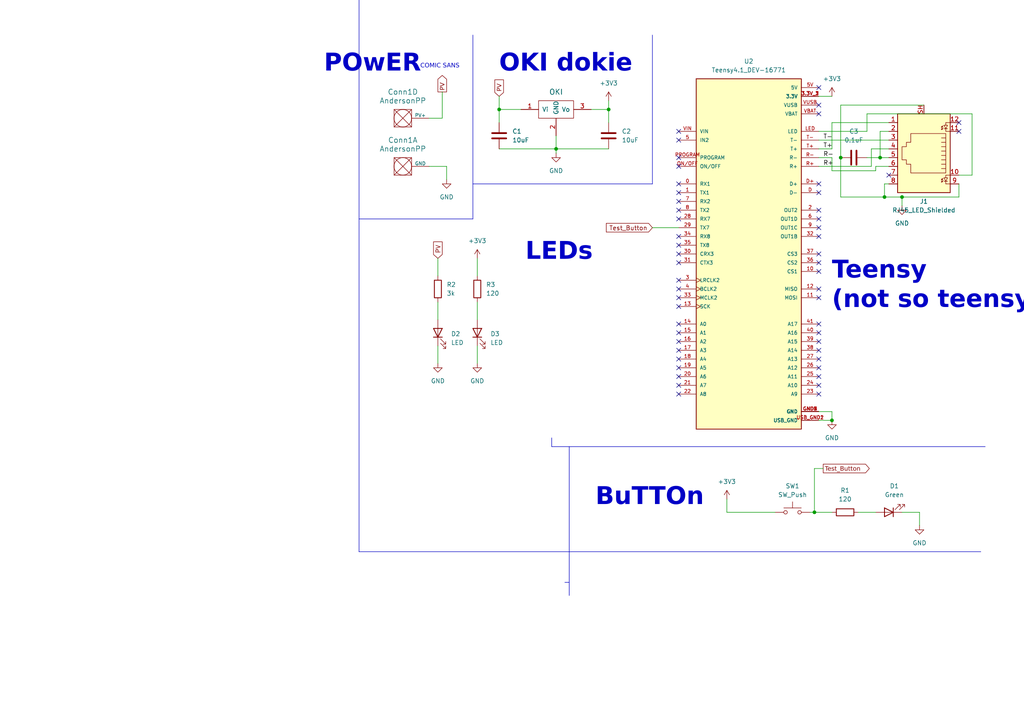
<source format=kicad_sch>
(kicad_sch (version 20230121) (generator eeschema)
  (paper "A4")
  (lib_symbols
    (symbol "Connector:RJ45_LED_Shielded" (pin_names (offset 1.016))
      (property "Reference" "J" (at -5.08 13.97 0))
      (property "Value" "RJ45_LED_Shielded" (at 1.27 13.97 0))
      (symbol "RJ45_LED_Shielded_0_1"
        (polyline (pts (xy -7.62 -7.62) (xy -6.35 -7.62)))
        (polyline (pts (xy -7.62 -5.08) (xy -6.35 -5.08)))
        (polyline (pts (xy -7.62 7.62) (xy -6.35 7.62)))
        (polyline (pts (xy -7.62 10.16) (xy -6.35 10.16)))
        (polyline (pts (xy -6.858 -5.842) (xy -5.842 -5.842)))
        (polyline (pts (xy -6.858 9.398) (xy -5.842 9.398)))
        (polyline (pts (xy -6.35 -7.62) (xy -6.35 -6.858)))
        (polyline (pts (xy -6.35 -5.08) (xy -6.35 -5.842)))
        (polyline (pts (xy -6.35 7.62) (xy -6.35 8.382)))
        (polyline (pts (xy -6.35 10.16) (xy -6.35 9.398)))
        (polyline (pts (xy -5.08 -6.223) (xy -5.207 -6.604)))
        (polyline (pts (xy -5.08 -5.588) (xy -5.207 -5.969)))
        (polyline (pts (xy -5.08 4.445) (xy -6.35 4.445)))
        (polyline (pts (xy -5.08 5.715) (xy -6.35 5.715)))
        (polyline (pts (xy -5.08 9.017) (xy -5.207 8.636)))
        (polyline (pts (xy -5.08 9.652) (xy -5.207 9.271)))
        (polyline (pts (xy -6.35 -3.175) (xy -5.08 -3.175) (xy -5.08 -3.175)))
        (polyline (pts (xy -6.35 -1.905) (xy -5.08 -1.905) (xy -5.08 -1.905)))
        (polyline (pts (xy -6.35 -0.635) (xy -5.08 -0.635) (xy -5.08 -0.635)))
        (polyline (pts (xy -6.35 0.635) (xy -5.08 0.635) (xy -5.08 0.635)))
        (polyline (pts (xy -6.35 1.905) (xy -5.08 1.905) (xy -5.08 1.905)))
        (polyline (pts (xy -5.588 -6.731) (xy -5.08 -6.223) (xy -5.461 -6.35)))
        (polyline (pts (xy -5.588 -6.096) (xy -5.08 -5.588) (xy -5.461 -5.715)))
        (polyline (pts (xy -5.588 8.509) (xy -5.08 9.017) (xy -5.461 8.89)))
        (polyline (pts (xy -5.588 9.144) (xy -5.08 9.652) (xy -5.461 9.525)))
        (polyline (pts (xy -5.08 3.175) (xy -6.35 3.175) (xy -6.35 3.175)))
        (polyline (pts (xy -6.35 -5.842) (xy -6.858 -6.858) (xy -5.842 -6.858) (xy -6.35 -5.842)))
        (polyline (pts (xy -6.35 9.398) (xy -6.858 8.382) (xy -5.842 8.382) (xy -6.35 9.398)))
        (polyline (pts (xy -6.35 -4.445) (xy -6.35 6.985) (xy 3.81 6.985) (xy 3.81 4.445) (xy 5.08 4.445) (xy 5.08 3.175) (xy 6.35 3.175) (xy 6.35 -0.635) (xy 5.08 -0.635) (xy 5.08 -1.905) (xy 3.81 -1.905) (xy 3.81 -4.445) (xy -6.35 -4.445) (xy -6.35 -4.445)))
        (rectangle (start 7.62 12.7) (end -7.62 -10.16) (stroke (width 0.254)) (fill (type background)))
      )
      (symbol "RJ45_LED_Shielded_1_1"
        (pin passive line (at 10.16 -7.62 180) (length 2.54) (name "~") (number "1"))
        (pin passive line (at -10.16 7.62 0) (length 2.54) (name "~") (number "10"))
        (pin passive line (at -10.16 -5.08 0) (length 2.54) (name "~") (number "11"))
        (pin passive line (at -10.16 -7.62 0) (length 2.54) (name "~") (number "12"))
        (pin passive line (at 10.16 -5.08 180) (length 2.54) (name "~") (number "2"))
        (pin passive line (at 10.16 -2.54 180) (length 2.54) (name "~") (number "3"))
        (pin passive line (at 10.16 0 180) (length 2.54) (name "~") (number "4"))
        (pin passive line (at 10.16 2.54 180) (length 2.54) (name "~") (number "5"))
        (pin passive line (at 10.16 5.08 180) (length 2.54) (name "~") (number "6"))
        (pin passive line (at 10.16 7.62 180) (length 2.54) (name "~") (number "7"))
        (pin passive line (at 10.16 10.16 180) (length 2.54) (name "~") (number "8"))
        (pin passive line (at -10.16 10.16 0) (length 2.54) (name "~") (number "9"))
        (pin passive line (at 0 -12.7 90) (length 2.54) (name "~") (number "SH"))
      )
    )
    (symbol "Device:C" (pin_numbers hide) (pin_names (offset 0.254))
      (property "Reference" "C" (at 0.635 2.54 0))
      (property "Value" "C" (at 0.635 -2.54 0))
      (symbol "C_0_1"
        (polyline (pts (xy -2.032 -0.762) (xy 2.032 -0.762)) (stroke (width 0.508)))
        (polyline (pts (xy -2.032 0.762) (xy 2.032 0.762)) (stroke (width 0.508)))
      )
      (symbol "C_1_1"
        (pin passive line (at 0 3.81 270) (length 2.794) (name "~") (number "1"))
        (pin passive line (at 0 -3.81 90) (length 2.794) (name "~") (number "2"))
      )
    )
    (symbol "Device:LED" (pin_numbers hide) (pin_names (offset 1.016) hide)
      (property "Reference" "D" (at 0 2.54 0))
      (property "Value" "LED" (at 0 -2.54 0))
      (symbol "LED_0_1"
        (polyline (pts (xy -1.27 -1.27) (xy -1.27 1.27)) (stroke (width 0.254)))
        (polyline (pts (xy -1.27 0) (xy 1.27 0)))
        (polyline (pts (xy 1.27 -1.27) (xy 1.27 1.27) (xy -1.27 0) (xy 1.27 -1.27)) (stroke (width 0.254)))
        (polyline (pts (xy -3.048 -0.762) (xy -4.572 -2.286) (xy -3.81 -2.286) (xy -4.572 -2.286) (xy -4.572 -1.524)))
        (polyline (pts (xy -1.778 -0.762) (xy -3.302 -2.286) (xy -2.54 -2.286) (xy -3.302 -2.286) (xy -3.302 -1.524)))
      )
      (symbol "LED_1_1"
        (pin passive line (at -3.81 0 0) (length 2.54) (name "K") (number "1"))
        (pin passive line (at 3.81 0 180) (length 2.54) (name "A") (number "2"))
      )
    )
    (symbol "Device:R" (pin_numbers hide) (pin_names (offset 0))
      (property "Reference" "R" (at 2.032 0 90))
      (property "Value" "R" (at 0 0 90))
      (symbol "R_0_1"
        (rectangle (start -1.016 -2.54) (end 1.016 2.54) (stroke (width 0.254)))
      )
      (symbol "R_1_1"
        (pin passive line (at 0 3.81 270) (length 1.27) (name "~") (number "1"))
        (pin passive line (at 0 -3.81 90) (length 1.27) (name "~") (number "2"))
      )
    )
    (symbol "MRDT_Connectors:AndersonPP" (pin_numbers hide) (pin_names (offset 0))
      (property "Reference" "Conn" (at 3.81 -1.27 0))
      (property "Value" "AndersonPP" (at 2.54 6.35 0))
      (symbol "AndersonPP_0_1"
        (polyline (pts (xy 0 5.08) (xy 5.08 0)))
        (polyline (pts (xy 5.08 5.08) (xy 0 0)))
        (rectangle (start 0 0) (end 5.08 5.08))
        (circle (center 2.54 2.54) (radius 2.54))
      )
      (symbol "AndersonPP_1_1"
        (pin input line (at 10.16 2.54 180) (length 5.08) (name "GND") (number "1"))
      )
      (symbol "AndersonPP_2_1"
        (pin input line (at 10.16 2.54 180) (length 5.08) (name "V+Log") (number "2"))
      )
      (symbol "AndersonPP_3_1"
        (pin input line (at 10.16 2.54 180) (length 5.08) (name "V+Act") (number "3"))
      )
      (symbol "AndersonPP_4_1"
        (pin input line (at 10.16 2.54 180) (length 5.08) (name "PV+") (number "4"))
      )
      (symbol "AndersonPP_5_1"
        (pin input line (at 10.16 2.54 180) (length 5.08) (name "~") (number "1"))
      )
    )
    (symbol "MRDT_Devices:OKI" (pin_names (offset 1.016))
      (property "Value" "OKI" (at 5.08 6.35 0))
      (symbol "OKI_0_1"
        (rectangle (start 0 0) (end 10.16 5.08))
      )
      (symbol "OKI_1_1"
        (pin input line (at -5.08 2.54 0) (length 5.08) (name "Vi") (number "1"))
        (pin output line (at 5.08 -5.08 90) (length 5.08) (name "GND") (number "2"))
        (pin output line (at 15.24 2.54 180) (length 5.08) (name "Vo") (number "3"))
      )
    )
    (symbol "MRDT_Shields:Teensy4.1_DEV-16771" (pin_names (offset 1.016))
      (property "Reference" "U" (at -15.24 52.07 0))
      (property "Value" "Teensy4.1_DEV-16771" (at -15.24 -53.34 0))
      (symbol "Teensy4.1_DEV-16771_0_0"
        (rectangle (start -15.24 -50.8) (end 15.24 50.8) (stroke (width 0.254)) (fill (type background)))
        (pin bidirectional line (at -20.32 20.32 0) (length 5.08) (name "RX1") (number "0"))
        (pin bidirectional line (at -20.32 17.78 0) (length 5.08) (name "TX1") (number "1"))
        (pin bidirectional line (at 20.32 -5.08 180) (length 5.08) (name "CS1") (number "10"))
        (pin bidirectional line (at 20.32 -12.7 180) (length 5.08) (name "MOSI") (number "11"))
        (pin bidirectional line (at 20.32 -10.16 180) (length 5.08) (name "MISO") (number "12"))
        (pin bidirectional clock (at -20.32 -15.24 0) (length 5.08) (name "SCK") (number "13"))
        (pin bidirectional line (at -20.32 -20.32 0) (length 5.08) (name "A0") (number "14"))
        (pin bidirectional line (at -20.32 -22.86 0) (length 5.08) (name "A1") (number "15"))
        (pin bidirectional line (at -20.32 -25.4 0) (length 5.08) (name "A2") (number "16"))
        (pin bidirectional line (at -20.32 -27.94 0) (length 5.08) (name "A3") (number "17"))
        (pin bidirectional line (at -20.32 -30.48 0) (length 5.08) (name "A4") (number "18"))
        (pin bidirectional line (at -20.32 -33.02 0) (length 5.08) (name "A5") (number "19"))
        (pin output line (at 20.32 12.7 180) (length 5.08) (name "OUT2") (number "2"))
        (pin bidirectional line (at -20.32 -35.56 0) (length 5.08) (name "A6") (number "20"))
        (pin bidirectional line (at -20.32 -38.1 0) (length 5.08) (name "A7") (number "21"))
        (pin bidirectional line (at -20.32 -40.64 0) (length 5.08) (name "A8") (number "22"))
        (pin bidirectional line (at 20.32 -40.64 180) (length 5.08) (name "A9") (number "23"))
        (pin bidirectional line (at 20.32 -38.1 180) (length 5.08) (name "A10") (number "24"))
        (pin bidirectional line (at 20.32 -35.56 180) (length 5.08) (name "A11") (number "25"))
        (pin bidirectional line (at 20.32 -33.02 180) (length 5.08) (name "A12") (number "26"))
        (pin bidirectional line (at 20.32 -30.48 180) (length 5.08) (name "A13") (number "27"))
        (pin bidirectional line (at -20.32 10.16 0) (length 5.08) (name "RX7") (number "28"))
        (pin bidirectional line (at -20.32 7.62 0) (length 5.08) (name "TX7") (number "29"))
        (pin bidirectional clock (at -20.32 -7.62 0) (length 5.08) (name "LRCLK2") (number "3"))
        (pin power_in line (at 20.32 45.72 180) (length 5.08) (name "3.3V") (number "3.3V_1"))
        (pin power_in line (at 20.32 45.72 180) (length 5.08) (name "3.3V") (number "3.3V_2"))
        (pin power_in line (at 20.32 45.72 180) (length 5.08) (name "3.3V") (number "3.3V_3"))
        (pin bidirectional line (at -20.32 0 0) (length 5.08) (name "CRX3") (number "30"))
        (pin bidirectional line (at -20.32 -2.54 0) (length 5.08) (name "CTX3") (number "31"))
        (pin output line (at 20.32 5.08 180) (length 5.08) (name "OUT1B") (number "32"))
        (pin bidirectional clock (at -20.32 -12.7 0) (length 5.08) (name "MCLK2") (number "33"))
        (pin bidirectional line (at -20.32 5.08 0) (length 5.08) (name "RX8") (number "34"))
        (pin bidirectional line (at -20.32 2.54 0) (length 5.08) (name "TX8") (number "35"))
        (pin bidirectional line (at 20.32 -2.54 180) (length 5.08) (name "CS2") (number "36"))
        (pin bidirectional line (at 20.32 0 180) (length 5.08) (name "CS3") (number "37"))
        (pin bidirectional line (at 20.32 -27.94 180) (length 5.08) (name "A14") (number "38"))
        (pin bidirectional line (at 20.32 -25.4 180) (length 5.08) (name "A15") (number "39"))
        (pin bidirectional clock (at -20.32 -10.16 0) (length 5.08) (name "BCLK2") (number "4"))
        (pin bidirectional line (at 20.32 -22.86 180) (length 5.08) (name "A16") (number "40"))
        (pin bidirectional line (at 20.32 -20.32 180) (length 5.08) (name "A17") (number "41"))
        (pin bidirectional line (at -20.32 33.02 0) (length 5.08) (name "IN2") (number "5"))
        (pin power_in line (at 20.32 48.26 180) (length 5.08) (name "5V") (number "5V"))
        (pin output line (at 20.32 10.16 180) (length 5.08) (name "OUT1D") (number "6"))
        (pin bidirectional line (at -20.32 15.24 0) (length 5.08) (name "RX2") (number "7"))
        (pin bidirectional line (at -20.32 12.7 0) (length 5.08) (name "TX2") (number "8"))
        (pin output line (at 20.32 7.62 180) (length 5.08) (name "OUT1C") (number "9"))
        (pin bidirectional line (at 20.32 17.78 180) (length 5.08) (name "D-") (number "D"))
        (pin bidirectional line (at 20.32 20.32 180) (length 5.08) (name "D+") (number "D+"))
        (pin power_in line (at 20.32 -45.72 180) (length 5.08) (name "GND") (number "GND1"))
        (pin power_in line (at 20.32 -45.72 180) (length 5.08) (name "GND") (number "GND2"))
        (pin power_in line (at 20.32 -45.72 180) (length 5.08) (name "GND") (number "GND3"))
        (pin power_in line (at 20.32 -45.72 180) (length 5.08) (name "GND") (number "GND4"))
        (pin power_in line (at 20.32 -45.72 180) (length 5.08) (name "GND") (number "GND5"))
        (pin bidirectional line (at 20.32 35.56 180) (length 5.08) (name "LED") (number "LED"))
        (pin bidirectional line (at -20.32 25.4 0) (length 5.08) (name "ON/OFF") (number "ON/OFF"))
        (pin bidirectional line (at -20.32 27.94 0) (length 5.08) (name "PROGRAM") (number "PROGRAM"))
        (pin bidirectional line (at 20.32 25.4 180) (length 5.08) (name "R+") (number "R+"))
        (pin bidirectional line (at 20.32 27.94 180) (length 5.08) (name "R-") (number "R-"))
        (pin bidirectional line (at 20.32 30.48 180) (length 5.08) (name "T+") (number "T+"))
        (pin bidirectional line (at 20.32 33.02 180) (length 5.08) (name "T-") (number "T-"))
        (pin power_in line (at 20.32 -48.26 180) (length 5.08) (name "USB_GND") (number "USB_GND1"))
        (pin power_in line (at 20.32 -48.26 180) (length 5.08) (name "USB_GND") (number "USB_GND2"))
        (pin passive line (at 20.32 40.64 180) (length 5.08) (name "VBAT") (number "VBAT"))
        (pin input line (at -20.32 35.56 0) (length 5.08) (name "VIN") (number "VIN"))
        (pin passive line (at 20.32 43.18 180) (length 5.08) (name "VUSB") (number "VUSB"))
      )
    )
    (symbol "Switch:SW_Push" (pin_numbers hide) (pin_names (offset 1.016) hide)
      (property "Reference" "SW" (at 1.27 2.54 0))
      (property "Value" "SW_Push" (at 0 -1.524 0))
      (symbol "SW_Push_0_1"
        (circle (center -2.032 0) (radius 0.508))
        (polyline (pts (xy 0 1.27) (xy 0 3.048)))
        (polyline (pts (xy 2.54 1.27) (xy -2.54 1.27)))
        (circle (center 2.032 0) (radius 0.508))
        (pin passive line (at -5.08 0 0) (length 2.54) (name "1") (number "1"))
        (pin passive line (at 5.08 0 180) (length 2.54) (name "2") (number "2"))
      )
    )
    (symbol "power:+3V3" (power) (pin_names (offset 0))
      (property "Value" "+3V3" (at 0 3.556 0))
      (symbol "+3V3_0_1"
        (polyline (pts (xy -0.762 1.27) (xy 0 2.54)))
        (polyline (pts (xy 0 0) (xy 0 2.54)))
        (polyline (pts (xy 0 2.54) (xy 0.762 1.27)))
      )
      (symbol "+3V3_1_1"
        (pin power_in line (at 0 0 90) (length 0) hide (name "+3V3") (number "1"))
      )
    )
    (symbol "power:GND" (power) (pin_names (offset 0))
      (property "Value" "GND" (at 0 -3.81 0))
      (symbol "GND_0_1"
        (polyline (pts (xy 0 0) (xy 0 -1.27) (xy 1.27 -1.27) (xy 0 -2.54) (xy -1.27 -1.27) (xy 0 -1.27)))
      )
      (symbol "GND_1_1"
        (pin power_in line (at 0 0 270) (length 0) hide (name "GND") (number "1"))
      )
    )
  )
  (junction (at 255.27 45.72))
  (junction (at 236.22 148.59))
  (junction (at 261.62 57.15))
  (junction (at 241.3 121.92))
  (junction (at 176.53 31.75))
  (junction (at 243.84 45.72))
  (junction (at 144.78 31.75))
  (junction (at 161.29 43.18))
  (junction (at 256.54 57.15))
  (no_connect (at 196.85 86.36))
  (no_connect (at 196.85 55.88))
  (no_connect (at 196.85 45.72))
  (no_connect (at 196.85 40.64))
  (no_connect (at 237.49 106.68))
  (no_connect (at 278.13 35.56))
  (no_connect (at 196.85 63.5))
  (no_connect (at 237.49 101.6))
  (no_connect (at 196.85 104.14))
  (no_connect (at 196.85 60.96))
  (no_connect (at 237.49 60.96))
  (no_connect (at 237.49 68.58))
  (no_connect (at 237.49 66.04))
  (no_connect (at 196.85 53.34))
  (no_connect (at 237.49 78.74))
  (no_connect (at 196.85 106.68))
  (no_connect (at 237.49 104.14))
  (no_connect (at 196.85 96.52))
  (no_connect (at 196.85 101.6))
  (no_connect (at 196.85 76.2))
  (no_connect (at 237.49 96.52))
  (no_connect (at 237.49 53.34))
  (no_connect (at 237.49 93.98))
  (no_connect (at 196.85 71.12))
  (no_connect (at 196.85 38.1))
  (no_connect (at 237.49 55.88))
  (no_connect (at 196.85 93.98))
  (no_connect (at 237.49 99.06))
  (no_connect (at 237.49 76.2))
  (no_connect (at 237.49 33.02))
  (no_connect (at 196.85 114.3))
  (no_connect (at 237.49 111.76))
  (no_connect (at 237.49 83.82))
  (no_connect (at 196.85 58.42))
  (no_connect (at 196.85 81.28))
  (no_connect (at 196.85 109.22))
  (no_connect (at 237.49 73.66))
  (no_connect (at 237.49 25.4))
  (no_connect (at 237.49 63.5))
  (no_connect (at 196.85 68.58))
  (no_connect (at 196.85 83.82))
  (no_connect (at 237.49 114.3))
  (no_connect (at 257.81 50.8))
  (no_connect (at 237.49 109.22))
  (no_connect (at 196.85 88.9))
  (no_connect (at 196.85 111.76))
  (no_connect (at 196.85 73.66))
  (no_connect (at 237.49 30.48))
  (no_connect (at 237.49 86.36))
  (no_connect (at 196.85 48.26))
  (no_connect (at 278.13 38.1))
  (no_connect (at 196.85 99.06))
  (wire (pts (xy 144.78 31.75) (xy 151.13 31.75)))
  (polyline (pts (xy 284.48 160.02) (xy 104.14 160.02)))
  (wire (pts (xy 189.23 66.04) (xy 196.85 66.04)))
  (wire (pts (xy 257.81 38.1) (xy 255.27 38.1)))
  (wire (pts (xy 138.43 87.63) (xy 138.43 92.71)))
  (wire (pts (xy 241.3 119.38) (xy 241.3 121.92)))
  (polyline (pts (xy 285.75 129.54) (xy 160.02 129.54)))
  (wire (pts (xy 257.81 35.56) (xy 241.3 35.56)))
  (wire (pts (xy 138.43 100.33) (xy 138.43 105.41)))
  (wire (pts (xy 238.76 135.89) (xy 236.22 135.89)))
  (wire (pts (xy 243.84 57.15) (xy 243.84 45.72)))
  (wire (pts (xy 236.22 148.59) (xy 241.3 148.59)))
  (polyline (pts (xy 165.1 168.91) (xy 163.83 168.91)))
  (polyline (pts (xy 189.23 10.16) (xy 189.23 53.34)))
  (wire (pts (xy 256.54 57.15) (xy 243.84 57.15)))
  (polyline (pts (xy 137.16 10.16) (xy 137.16 63.5)))
  (wire (pts (xy 144.78 43.18) (xy 161.29 43.18)))
  (wire (pts (xy 251.46 38.1) (xy 237.49 38.1)))
  (wire (pts (xy 252.73 48.26) (xy 237.49 48.26)))
  (wire (pts (xy 176.53 31.75) (xy 176.53 29.21)))
  (wire (pts (xy 161.29 39.37) (xy 161.29 43.18)))
  (wire (pts (xy 257.81 48.26) (xy 254 48.26)))
  (wire (pts (xy 127 100.33) (xy 127 105.41)))
  (wire (pts (xy 128.27 34.29) (xy 124.46 34.29)))
  (wire (pts (xy 266.7 148.59) (xy 266.7 152.4)))
  (wire (pts (xy 255.27 45.72) (xy 257.81 45.72)))
  (wire (pts (xy 257.81 43.18) (xy 252.73 43.18)))
  (wire (pts (xy 267.97 30.48) (xy 243.84 30.48)))
  (wire (pts (xy 251.46 45.72) (xy 255.27 45.72)))
  (polyline (pts (xy 104.14 63.5) (xy 137.16 63.5)))
  (wire (pts (xy 256.54 53.34) (xy 257.81 53.34)))
  (wire (pts (xy 128.27 26.67) (xy 128.27 34.29)))
  (wire (pts (xy 237.49 119.38) (xy 241.3 119.38)))
  (wire (pts (xy 256.54 53.34) (xy 256.54 57.15)))
  (wire (pts (xy 241.3 35.56) (xy 241.3 43.18)))
  (wire (pts (xy 210.82 144.78) (xy 210.82 148.59)))
  (wire (pts (xy 210.82 148.59) (xy 224.79 148.59)))
  (wire (pts (xy 237.49 40.64) (xy 257.81 40.64)))
  (wire (pts (xy 278.13 57.15) (xy 261.62 57.15)))
  (wire (pts (xy 254 48.26) (xy 254 49.53)))
  (wire (pts (xy 281.94 50.8) (xy 281.94 33.02)))
  (wire (pts (xy 278.13 50.8) (xy 281.94 50.8)))
  (wire (pts (xy 127 74.93) (xy 127 80.01)))
  (wire (pts (xy 254 49.53) (xy 241.3 49.53)))
  (wire (pts (xy 237.49 121.92) (xy 241.3 121.92)))
  (wire (pts (xy 261.62 148.59) (xy 266.7 148.59)))
  (polyline (pts (xy 160.02 129.54) (xy 160.02 127)))
  (wire (pts (xy 176.53 31.75) (xy 176.53 35.56)))
  (polyline (pts (xy 104.14 160.02) (xy 104.14 0)))
  (wire (pts (xy 261.62 57.15) (xy 261.62 59.69)))
  (polyline (pts (xy 137.16 53.34) (xy 189.23 53.34)))
  (wire (pts (xy 138.43 74.93) (xy 138.43 80.01)))
  (wire (pts (xy 278.13 53.34) (xy 278.13 57.15)))
  (wire (pts (xy 241.3 49.53) (xy 241.3 45.72)))
  (wire (pts (xy 236.22 135.89) (xy 236.22 148.59)))
  (wire (pts (xy 234.95 148.59) (xy 236.22 148.59)))
  (wire (pts (xy 144.78 31.75) (xy 144.78 35.56)))
  (wire (pts (xy 251.46 33.02) (xy 251.46 38.1)))
  (wire (pts (xy 237.49 27.94) (xy 241.3 27.94)))
  (wire (pts (xy 243.84 30.48) (xy 243.84 45.72)))
  (wire (pts (xy 171.45 31.75) (xy 176.53 31.75)))
  (wire (pts (xy 127 87.63) (xy 127 92.71)))
  (wire (pts (xy 252.73 43.18) (xy 252.73 48.26)))
  (wire (pts (xy 281.94 33.02) (xy 251.46 33.02)))
  (wire (pts (xy 124.46 48.26) (xy 129.54 48.26)))
  (wire (pts (xy 161.29 43.18) (xy 176.53 43.18)))
  (wire (pts (xy 261.62 57.15) (xy 256.54 57.15)))
  (polyline (pts (xy 165.1 129.54) (xy 165.1 172.72)))
  (wire (pts (xy 144.78 27.94) (xy 144.78 31.75)))
  (wire (pts (xy 129.54 48.26) (xy 129.54 52.07)))
  (wire (pts (xy 241.3 43.18) (xy 237.49 43.18)))
  (wire (pts (xy 255.27 38.1) (xy 255.27 45.72)))
  (wire (pts (xy 161.29 43.18) (xy 161.29 44.45)))
  (wire (pts (xy 248.92 148.59) (xy 254 148.59)))
  (wire (pts (xy 241.3 45.72) (xy 237.49 45.72)))
  (text "Teensy\n(not so teensy)\n" (at 241.3 91.44 0) (effects (font (size 5.08 5.08) bold) (justify left bottom)))
  (text "LEDs" (at 152.4 77.47 0) (effects (font (size 5.08 5.08) bold) (justify left bottom)))
  (text "OKI dokie" (at 144.78 22.86 0) (effects (font (size 5.08 5.08) bold) (justify left bottom)))
  (text "POwER" (at 93.98 22.86 0) (effects (font (size 5.08 5.08) (thickness 0.254) bold) (justify left bottom)))
  (text "BuTTOn" (at 172.72 148.59 0) (effects (font (size 5.08 5.08) bold) (justify left bottom)))
  (text "COMIC SANS" (at 121.92 20.32 0) (effects (font (size 1.27 1.27)) (justify left bottom)))
  (label "R+" (at 238.76 48.26 0))
  (label "T+" (at 238.76 43.18 0))
  (label "R-" (at 238.76 45.72 0))
  (label "T-" (at 238.76 40.64 0))
  (global_label "Test_Button" (shape input) (at 189.23 66.04 180) (property "Intersheetrefs" "${INTERSHEET_REFS}" (effects hide)))
  (global_label "PV" (shape input) (at 127 74.93 90) (property "Intersheetrefs" "${INTERSHEET_REFS}" (effects hide)))
  (global_label "PV" (shape output) (at 128.27 26.67 90) (property "Intersheetrefs" "${INTERSHEET_REFS}" (effects hide)))
  (global_label "Test_Button" (shape output) (at 238.76 135.89 0) (property "Intersheetrefs" "${INTERSHEET_REFS}" (effects hide)))
  (global_label "PV" (shape input) (at 144.78 27.94 90) (property "Intersheetrefs" "${INTERSHEET_REFS}" (effects hide)))
  (symbol (lib_id "Device:R") (at 138.43 83.82 0) (unit 1)
    (property "Reference" "R3" (at 140.97 82.55 0) (effects (justify left)))
    (property "Value" "120" (at 140.97 85.09 0) (effects (justify left)))
    (property "Footprint" "Resistor_SMD:R_0603_1608Metric_Pad0.98x0.95mm_HandSolder" (effects hide))
  )
  (symbol (lib_id "power:GND") (at 127 105.41 0) (unit 1)
    (property "Reference" "#PWR09" (effects hide))
    (property "Value" "GND" (at 127 110.49 0))
  )
  (symbol (lib_id "power:+3V3") (at 138.43 74.93 0) (unit 1)
    (property "Reference" "#PWR011" (effects hide))
    (property "Value" "+3V3" (at 138.43 69.85 0))
  )
  (symbol (lib_id "Device:LED") (at 138.43 96.52 90) (unit 1)
    (property "Reference" "D3" (at 142.24 96.8375 90) (effects (justify right)))
    (property "Value" "LED" (at 142.24 99.3775 90) (effects (justify right)))
    (property "Footprint" "LED_SMD:LED_0603_1608Metric_Pad1.05x0.95mm_HandSolder" (effects hide))
  )
  (symbol (lib_id "Switch:SW_Push") (at 229.87 148.59 0) (unit 1)
    (property "Reference" "SW1" (at 229.87 140.97 0))
    (property "Value" "SW_Push" (at 229.87 143.51 0))
    (property "Footprint" "Button_Switch_SMD:SW_SPST_TL3305A" (effects hide))
  )
  (symbol (lib_id "Device:R") (at 127 83.82 0) (unit 1)
    (property "Reference" "R2" (at 129.54 82.55 0) (effects (justify left)))
    (property "Value" "3k" (at 129.54 85.09 0) (effects (justify left)))
    (property "Footprint" "Resistor_SMD:R_0603_1608Metric_Pad0.98x0.95mm_HandSolder" (effects hide))
  )
  (symbol (lib_id "power:GND") (at 138.43 105.41 0) (unit 1)
    (property "Reference" "#PWR010" (effects hide))
    (property "Value" "GND" (at 138.43 110.49 0))
  )
  (symbol (lib_id "power:+3V3") (at 210.82 144.78 0) (unit 1)
    (property "Reference" "#PWR07" (effects hide))
    (property "Value" "+3V3" (at 210.82 139.7 0))
  )
  (symbol (lib_id "power:GND") (at 129.54 52.07 0) (unit 1)
    (property "Reference" "#PWR01" (effects hide))
    (property "Value" "GND" (at 129.54 57.15 0))
  )
  (symbol (lib_id "MRDT_Shields:Teensy4.1_DEV-16771") (at 217.17 73.66 0) (unit 1)
    (property "Reference" "U2" (at 217.17 17.78 0))
    (property "Value" "Teensy4.1_DEV-16771" (at 217.17 20.32 0))
    (property "Footprint" "MRDT_Shields:Teensy_4_1_Ethernet" (effects hide))
    (property "STANDARD" "Manufacturer recommendations" (effects hide))
    (property "MAXIMUM_PACKAGE_HEIGHT" "4.07mm" (effects hide))
    (property "MANUFACTURER" "SparkFun Electronics" (effects hide))
    (property "PARTREV" "4.1" (effects hide))
  )
  (symbol (lib_id "power:+3V3") (at 176.53 29.21 0) (unit 1)
    (property "Reference" "#PWR02" (effects hide))
    (property "Value" "+3V3" (at 176.53 24.13 0))
  )
  (symbol (lib_id "Device:R") (at 245.11 148.59 90) (unit 1)
    (property "Reference" "R1" (at 245.11 142.24 90))
    (property "Value" "120" (at 245.11 144.78 90))
    (property "Footprint" "Resistor_SMD:R_0603_1608Metric_Pad0.98x0.95mm_HandSolder" (effects hide))
  )
  (symbol (lib_id "Device:C") (at 144.78 39.37 0) (unit 1)
    (property "Reference" "C1" (at 148.59 38.1 0) (effects (justify left)))
    (property "Value" "10uF" (at 148.59 40.64 0) (effects (justify left)))
    (property "Footprint" "Capacitor_SMD:C_0603_1608Metric_Pad1.08x0.95mm_HandSolder" (effects hide))
  )
  (symbol (lib_id "power:GND") (at 266.7 152.4 0) (unit 1)
    (property "Reference" "#PWR08" (effects hide))
    (property "Value" "GND" (at 266.7 157.48 0))
  )
  (symbol (lib_id "MRDT_Devices:OKI") (at 156.21 34.29 0) (unit 1)
    (property "Reference" "U1" (effects hide))
    (property "Value" "OKI" (at 161.29 26.67 0) (effects (font (size 1.524 1.524))))
    (property "Footprint" "MRDT_Devices:OKI_Horizontal" (effects hide))
  )
  (symbol (lib_id "power:+3V3") (at 241.3 27.94 0) (unit 1)
    (property "Reference" "#PWR05" (effects hide))
    (property "Value" "+3V3" (at 241.3 22.86 0))
  )
  (symbol (lib_id "Connector:RJ45_LED_Shielded") (at 267.97 43.18 180) (unit 1)
    (property "Reference" "J1" (at 267.97 58.42 0))
    (property "Value" "RJ45_LED_Shielded" (at 267.97 60.96 0))
    (property "Footprint" "MRDT_Connectors:RJ45_Teensy" (effects hide))
  )
  (symbol (lib_id "Device:C") (at 176.53 39.37 0) (unit 1)
    (property "Reference" "C2" (at 180.34 38.1 0) (effects (justify left)))
    (property "Value" "10uF" (at 180.34 40.64 0) (effects (justify left)))
    (property "Footprint" "Capacitor_SMD:C_0603_1608Metric_Pad1.08x0.95mm_HandSolder" (effects hide))
  )
  (symbol (lib_id "Device:LED") (at 257.81 148.59 180) (unit 1)
    (property "Reference" "D1" (at 259.3975 140.97 0))
    (property "Value" "Green" (at 259.3975 143.51 0))
    (property "Footprint" "LED_SMD:LED_0603_1608Metric_Pad1.05x0.95mm_HandSolder" (effects hide))
  )
  (symbol (lib_id "power:GND") (at 241.3 121.92 0) (unit 1)
    (property "Reference" "#PWR04" (effects hide))
    (property "Value" "GND" (at 241.3 127 0))
  )
  (symbol (lib_id "power:GND") (at 161.29 44.45 0) (unit 1)
    (property "Reference" "#PWR03" (effects hide))
    (property "Value" "GND" (at 161.29 49.53 0))
  )
  (symbol (lib_id "Device:C") (at 247.65 45.72 90) (unit 1)
    (property "Reference" "C3" (at 247.65 38.1 90))
    (property "Value" "0.1uF" (at 247.65 40.64 90))
    (property "Footprint" "Capacitor_SMD:C_0603_1608Metric_Pad1.08x0.95mm_HandSolder" (effects hide))
  )
  (symbol (lib_id "MRDT_Connectors:AndersonPP") (at 114.3 36.83 0) (unit 4)
    (property "Reference" "Conn1" (at 116.84 26.67 0) (effects (font (size 1.524 1.524))))
    (property "Value" "AndersonPP" (at 116.84 29.21 0) (effects (font (size 1.524 1.524))))
    (property "Footprint" "MRDT_Connectors:Square_Anderson_2_H_Side_By_Side_PV" (effects hide))
  )
  (symbol (lib_id "Device:LED") (at 127 96.52 90) (unit 1)
    (property "Reference" "D2" (at 130.81 96.8375 90) (effects (justify right)))
    (property "Value" "LED" (at 130.81 99.3775 90) (effects (justify right)))
    (property "Footprint" "LED_SMD:LED_0603_1608Metric_Pad1.05x0.95mm_HandSolder" (effects hide))
  )
  (symbol (lib_id "power:GND") (at 261.62 59.69 0) (unit 1)
    (property "Reference" "#PWR06" (effects hide))
    (property "Value" "GND" (at 261.62 64.77 0))
  )
  (symbol (lib_id "MRDT_Connectors:AndersonPP") (at 114.3 50.8 0) (unit 1)
    (property "Reference" "Conn1" (at 116.84 40.64 0) (effects (font (size 1.524 1.524))))
    (property "Value" "AndersonPP" (at 116.84 43.18 0) (effects (font (size 1.524 1.524))))
    (property "Footprint" "MRDT_Connectors:Square_Anderson_2_H_Side_By_Side_PV" (effects hide))
  )
)
</source>
